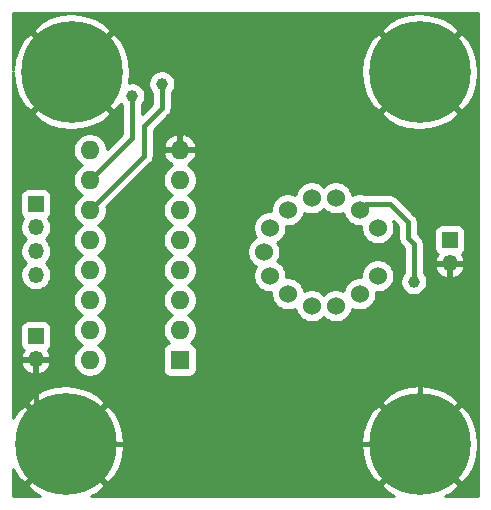
<source format=gbr>
%TF.GenerationSoftware,KiCad,Pcbnew,5.1.9*%
%TF.CreationDate,2021-03-09T01:37:29+01:00*%
%TF.ProjectId,nixie_stand,6e697869-655f-4737-9461-6e642e6b6963,rev?*%
%TF.SameCoordinates,Original*%
%TF.FileFunction,Copper,L2,Bot*%
%TF.FilePolarity,Positive*%
%FSLAX46Y46*%
G04 Gerber Fmt 4.6, Leading zero omitted, Abs format (unit mm)*
G04 Created by KiCad (PCBNEW 5.1.9) date 2021-03-09 01:37:29*
%MOMM*%
%LPD*%
G01*
G04 APERTURE LIST*
%TA.AperFunction,ComponentPad*%
%ADD10O,1.600000X1.600000*%
%TD*%
%TA.AperFunction,ComponentPad*%
%ADD11R,1.600000X1.600000*%
%TD*%
%TA.AperFunction,ComponentPad*%
%ADD12O,1.350000X1.350000*%
%TD*%
%TA.AperFunction,ComponentPad*%
%ADD13R,1.350000X1.350000*%
%TD*%
%TA.AperFunction,ComponentPad*%
%ADD14C,1.524000*%
%TD*%
%TA.AperFunction,ComponentPad*%
%ADD15C,8.600000*%
%TD*%
%TA.AperFunction,ViaPad*%
%ADD16C,1.000000*%
%TD*%
%TA.AperFunction,Conductor*%
%ADD17C,0.400000*%
%TD*%
%TA.AperFunction,Conductor*%
%ADD18C,0.254000*%
%TD*%
%TA.AperFunction,Conductor*%
%ADD19C,0.100000*%
%TD*%
G04 APERTURE END LIST*
D10*
%TO.P,U1,16*%
%TO.N,+5V*%
X77724000Y-70104000D03*
%TO.P,U1,8*%
%TO.N,GND*%
X85344000Y-52324000D03*
%TO.P,U1,15*%
%TO.N,Net-(J1-Pad4)*%
X77724000Y-67564000D03*
%TO.P,U1,7*%
%TO.N,Net-(U1-Pad7)*%
X85344000Y-54864000D03*
%TO.P,U1,14*%
%TO.N,Net-(J1-Pad3)*%
X77724000Y-65024000D03*
%TO.P,U1,6*%
%TO.N,Net-(U1-Pad6)*%
X85344000Y-57404000D03*
%TO.P,U1,13*%
%TO.N,Net-(J1-Pad2)*%
X77724000Y-62484000D03*
%TO.P,U1,5*%
%TO.N,Net-(U1-Pad5)*%
X85344000Y-59944000D03*
%TO.P,U1,12*%
%TO.N,Net-(J1-Pad1)*%
X77724000Y-59944000D03*
%TO.P,U1,4*%
%TO.N,Net-(U1-Pad4)*%
X85344000Y-62484000D03*
%TO.P,U1,11*%
%TO.N,Net-(U1-Pad11)*%
X77724000Y-57404000D03*
%TO.P,U1,3*%
%TO.N,Net-(U1-Pad3)*%
X85344000Y-65024000D03*
%TO.P,U1,10*%
%TO.N,Net-(U1-Pad10)*%
X77724000Y-54864000D03*
%TO.P,U1,2*%
%TO.N,Net-(U1-Pad2)*%
X85344000Y-67564000D03*
%TO.P,U1,9*%
%TO.N,Net-(U1-Pad9)*%
X77724000Y-52324000D03*
D11*
%TO.P,U1,1*%
%TO.N,Net-(U1-Pad1)*%
X85344000Y-70104000D03*
%TD*%
D12*
%TO.P,J3,2*%
%TO.N,GND*%
X73152000Y-70072000D03*
D13*
%TO.P,J3,1*%
%TO.N,+5V*%
X73152000Y-68072000D03*
%TD*%
D12*
%TO.P,J2,2*%
%TO.N,GND*%
X108204000Y-61944000D03*
D13*
%TO.P,J2,1*%
%TO.N,VCC*%
X108204000Y-59944000D03*
%TD*%
D14*
%TO.P,V1,12*%
%TO.N,Net-(U1-Pad1)*%
X100584000Y-57404000D03*
%TO.P,V1,11*%
%TO.N,Net-(U1-Pad11)*%
X98552000Y-56388000D03*
%TO.P,V1,10*%
%TO.N,Net-(V1-Pad10)*%
X96520000Y-56388000D03*
%TO.P,V1,9*%
%TO.N,Net-(U1-Pad10)*%
X94488000Y-57404000D03*
%TO.P,V1,8*%
%TO.N,Net-(U1-Pad9)*%
X92964000Y-58928000D03*
%TO.P,V1,7*%
%TO.N,Net-(U1-Pad7)*%
X92456000Y-60960000D03*
%TO.P,V1,6*%
%TO.N,Net-(U1-Pad6)*%
X92964000Y-62992000D03*
%TO.P,V1,5*%
%TO.N,Net-(U1-Pad5)*%
X94488000Y-64516000D03*
%TO.P,V1,4*%
%TO.N,Net-(V1-Pad4)*%
X96520000Y-65532000D03*
%TO.P,V1,3*%
%TO.N,Net-(U1-Pad4)*%
X98552000Y-65532000D03*
%TO.P,V1,2*%
%TO.N,Net-(U1-Pad3)*%
X100584000Y-64516000D03*
%TO.P,V1,1*%
%TO.N,Net-(U1-Pad2)*%
X102108000Y-62992000D03*
%TO.P,V1,13*%
%TO.N,VCC*%
X102108000Y-58928000D03*
%TD*%
D15*
%TO.P,H4,1*%
%TO.N,GND*%
X75692000Y-77216000D03*
%TD*%
%TO.P,H3,1*%
%TO.N,GND*%
X105664000Y-77216000D03*
%TD*%
%TO.P,H2,1*%
%TO.N,GND*%
X105664000Y-45720000D03*
%TD*%
%TO.P,H1,1*%
%TO.N,GND*%
X76200000Y-45720000D03*
%TD*%
D12*
%TO.P,J1,4*%
%TO.N,Net-(J1-Pad4)*%
X73152000Y-62896000D03*
%TO.P,J1,3*%
%TO.N,Net-(J1-Pad3)*%
X73152000Y-60896000D03*
%TO.P,J1,2*%
%TO.N,Net-(J1-Pad2)*%
X73152000Y-58896000D03*
D13*
%TO.P,J1,1*%
%TO.N,Net-(J1-Pad1)*%
X73152000Y-56896000D03*
%TD*%
D16*
%TO.N,Net-(U1-Pad11)*%
X83820000Y-46736000D03*
%TO.N,Net-(U1-Pad10)*%
X81280000Y-47752000D03*
%TO.N,Net-(U1-Pad1)*%
X105156000Y-63500000D03*
%TD*%
D17*
%TO.N,GND*%
X73152000Y-74676000D02*
X75692000Y-77216000D01*
X73152000Y-70072000D02*
X73152000Y-74676000D01*
X75692000Y-77216000D02*
X105664000Y-77216000D01*
X108204000Y-67056000D02*
X108204000Y-61944000D01*
X105664000Y-69596000D02*
X108204000Y-67056000D01*
X105664000Y-77216000D02*
X105664000Y-69596000D01*
%TO.N,Net-(U1-Pad11)*%
X83820000Y-46736000D02*
X83820000Y-48768000D01*
X83820000Y-48768000D02*
X82296000Y-50292000D01*
X82296000Y-52832000D02*
X77724000Y-57404000D01*
X82296000Y-50292000D02*
X82296000Y-52832000D01*
%TO.N,Net-(U1-Pad10)*%
X81280000Y-51308000D02*
X77724000Y-54864000D01*
X81280000Y-47752000D02*
X81280000Y-51308000D01*
%TO.N,Net-(U1-Pad1)*%
X105156000Y-60256238D02*
X104648000Y-59748238D01*
X105156000Y-63500000D02*
X105156000Y-60256238D01*
X104648000Y-59748238D02*
X104648000Y-58420000D01*
X104648000Y-58420000D02*
X103124000Y-56896000D01*
X101092000Y-56896000D02*
X100584000Y-57404000D01*
X103124000Y-56896000D02*
X101092000Y-56896000D01*
%TD*%
D18*
%TO.N,GND*%
X75299079Y-40843649D02*
X74365062Y-41113107D01*
X73501560Y-41559606D01*
X73388946Y-41634851D01*
X72896787Y-42237182D01*
X76200000Y-45540395D01*
X79503213Y-42237182D01*
X79011054Y-41634851D01*
X78160067Y-41164937D01*
X77233757Y-40870071D01*
X76315930Y-40767000D01*
X105667814Y-40767000D01*
X104763079Y-40843649D01*
X103829062Y-41113107D01*
X102965560Y-41559606D01*
X102852946Y-41634851D01*
X102360787Y-42237182D01*
X105664000Y-45540395D01*
X108967213Y-42237182D01*
X108475054Y-41634851D01*
X107624067Y-41164937D01*
X106697757Y-40870071D01*
X105779930Y-40767000D01*
X110617000Y-40767000D01*
X110617000Y-45723814D01*
X110540351Y-44819079D01*
X110270893Y-43885062D01*
X109824394Y-43021560D01*
X109749149Y-42908946D01*
X109146818Y-42416787D01*
X105843605Y-45720000D01*
X109146818Y-49023213D01*
X109749149Y-48531054D01*
X110219063Y-47680067D01*
X110513929Y-46753757D01*
X110617000Y-45835930D01*
X110617000Y-77219814D01*
X110540351Y-76315079D01*
X110270893Y-75381062D01*
X109824394Y-74517560D01*
X109749149Y-74404946D01*
X109146818Y-73912787D01*
X105843605Y-77216000D01*
X109146818Y-80519213D01*
X109749149Y-80027054D01*
X110219063Y-79176067D01*
X110513929Y-78249757D01*
X110617000Y-77331930D01*
X110617000Y-81661000D01*
X107812029Y-81661000D01*
X108362440Y-81376394D01*
X108475054Y-81301149D01*
X108967213Y-80698818D01*
X105664000Y-77395605D01*
X102360787Y-80698818D01*
X102852946Y-81301149D01*
X103504615Y-81661000D01*
X77840029Y-81661000D01*
X78390440Y-81376394D01*
X78503054Y-81301149D01*
X78995213Y-80698818D01*
X75692000Y-77395605D01*
X72388787Y-80698818D01*
X72880946Y-81301149D01*
X73532615Y-81661000D01*
X71247000Y-81661000D01*
X71247000Y-79364029D01*
X71531606Y-79914440D01*
X71606851Y-80027054D01*
X72209182Y-80519213D01*
X75512395Y-77216000D01*
X75871605Y-77216000D01*
X79174818Y-80519213D01*
X79777149Y-80027054D01*
X80247063Y-79176067D01*
X80541929Y-78249757D01*
X80650414Y-77283719D01*
X80638940Y-77148281D01*
X100705586Y-77148281D01*
X100787649Y-78116921D01*
X101057107Y-79050938D01*
X101503606Y-79914440D01*
X101578851Y-80027054D01*
X102181182Y-80519213D01*
X105484395Y-77216000D01*
X102181182Y-73912787D01*
X101578851Y-74404946D01*
X101108937Y-75255933D01*
X100814071Y-76182243D01*
X100705586Y-77148281D01*
X80638940Y-77148281D01*
X80568351Y-76315079D01*
X80298893Y-75381062D01*
X79852394Y-74517560D01*
X79777149Y-74404946D01*
X79174818Y-73912787D01*
X75871605Y-77216000D01*
X75512395Y-77216000D01*
X72209182Y-73912787D01*
X71606851Y-74404946D01*
X71247000Y-75056615D01*
X71247000Y-73733182D01*
X72388787Y-73733182D01*
X75692000Y-77036395D01*
X78995213Y-73733182D01*
X102360787Y-73733182D01*
X105664000Y-77036395D01*
X108967213Y-73733182D01*
X108475054Y-73130851D01*
X107624067Y-72660937D01*
X106697757Y-72366071D01*
X105731719Y-72257586D01*
X104763079Y-72339649D01*
X103829062Y-72609107D01*
X102965560Y-73055606D01*
X102852946Y-73130851D01*
X102360787Y-73733182D01*
X78995213Y-73733182D01*
X78503054Y-73130851D01*
X77652067Y-72660937D01*
X76725757Y-72366071D01*
X75759719Y-72257586D01*
X74791079Y-72339649D01*
X73857062Y-72609107D01*
X72993560Y-73055606D01*
X72880946Y-73130851D01*
X72388787Y-73733182D01*
X71247000Y-73733182D01*
X71247000Y-70401400D01*
X71884090Y-70401400D01*
X71914762Y-70502528D01*
X72022527Y-70735629D01*
X72173697Y-70943227D01*
X72362463Y-71117344D01*
X72581570Y-71251289D01*
X72822599Y-71339915D01*
X73025000Y-71217085D01*
X73025000Y-70199000D01*
X73279000Y-70199000D01*
X73279000Y-71217085D01*
X73481401Y-71339915D01*
X73722430Y-71251289D01*
X73941537Y-71117344D01*
X74130303Y-70943227D01*
X74281473Y-70735629D01*
X74389238Y-70502528D01*
X74419910Y-70401400D01*
X74296224Y-70199000D01*
X73279000Y-70199000D01*
X73025000Y-70199000D01*
X72007776Y-70199000D01*
X71884090Y-70401400D01*
X71247000Y-70401400D01*
X71247000Y-67397000D01*
X71838928Y-67397000D01*
X71838928Y-68747000D01*
X71851188Y-68871482D01*
X71887498Y-68991180D01*
X71946463Y-69101494D01*
X72025815Y-69198185D01*
X72119559Y-69275119D01*
X72022527Y-69408371D01*
X71914762Y-69641472D01*
X71884090Y-69742600D01*
X72007776Y-69945000D01*
X73025000Y-69945000D01*
X73025000Y-69925000D01*
X73279000Y-69925000D01*
X73279000Y-69945000D01*
X74296224Y-69945000D01*
X74419910Y-69742600D01*
X74389238Y-69641472D01*
X74281473Y-69408371D01*
X74184441Y-69275119D01*
X74278185Y-69198185D01*
X74357537Y-69101494D01*
X74416502Y-68991180D01*
X74452812Y-68871482D01*
X74465072Y-68747000D01*
X74465072Y-67397000D01*
X74452812Y-67272518D01*
X74416502Y-67152820D01*
X74357537Y-67042506D01*
X74278185Y-66945815D01*
X74181494Y-66866463D01*
X74071180Y-66807498D01*
X73951482Y-66771188D01*
X73827000Y-66758928D01*
X72477000Y-66758928D01*
X72352518Y-66771188D01*
X72232820Y-66807498D01*
X72122506Y-66866463D01*
X72025815Y-66945815D01*
X71946463Y-67042506D01*
X71887498Y-67152820D01*
X71851188Y-67272518D01*
X71838928Y-67397000D01*
X71247000Y-67397000D01*
X71247000Y-56221000D01*
X71838928Y-56221000D01*
X71838928Y-57571000D01*
X71851188Y-57695482D01*
X71887498Y-57815180D01*
X71946463Y-57925494D01*
X72025815Y-58022185D01*
X72112697Y-58093487D01*
X71991093Y-58275482D01*
X71892342Y-58513887D01*
X71842000Y-58766976D01*
X71842000Y-59025024D01*
X71892342Y-59278113D01*
X71991093Y-59516518D01*
X72134456Y-59731077D01*
X72299379Y-59896000D01*
X72134456Y-60060923D01*
X71991093Y-60275482D01*
X71892342Y-60513887D01*
X71842000Y-60766976D01*
X71842000Y-61025024D01*
X71892342Y-61278113D01*
X71991093Y-61516518D01*
X72134456Y-61731077D01*
X72299379Y-61896000D01*
X72134456Y-62060923D01*
X71991093Y-62275482D01*
X71892342Y-62513887D01*
X71842000Y-62766976D01*
X71842000Y-63025024D01*
X71892342Y-63278113D01*
X71991093Y-63516518D01*
X72134456Y-63731077D01*
X72316923Y-63913544D01*
X72531482Y-64056907D01*
X72769887Y-64155658D01*
X73022976Y-64206000D01*
X73281024Y-64206000D01*
X73534113Y-64155658D01*
X73772518Y-64056907D01*
X73987077Y-63913544D01*
X74169544Y-63731077D01*
X74312907Y-63516518D01*
X74411658Y-63278113D01*
X74462000Y-63025024D01*
X74462000Y-62766976D01*
X74411658Y-62513887D01*
X74312907Y-62275482D01*
X74169544Y-62060923D01*
X74004621Y-61896000D01*
X74169544Y-61731077D01*
X74312907Y-61516518D01*
X74411658Y-61278113D01*
X74462000Y-61025024D01*
X74462000Y-60766976D01*
X74411658Y-60513887D01*
X74312907Y-60275482D01*
X74169544Y-60060923D01*
X74004621Y-59896000D01*
X74169544Y-59731077D01*
X74312907Y-59516518D01*
X74411658Y-59278113D01*
X74462000Y-59025024D01*
X74462000Y-58766976D01*
X74411658Y-58513887D01*
X74312907Y-58275482D01*
X74191303Y-58093487D01*
X74278185Y-58022185D01*
X74357537Y-57925494D01*
X74416502Y-57815180D01*
X74452812Y-57695482D01*
X74465072Y-57571000D01*
X74465072Y-56221000D01*
X74452812Y-56096518D01*
X74416502Y-55976820D01*
X74357537Y-55866506D01*
X74278185Y-55769815D01*
X74181494Y-55690463D01*
X74071180Y-55631498D01*
X73951482Y-55595188D01*
X73827000Y-55582928D01*
X72477000Y-55582928D01*
X72352518Y-55595188D01*
X72232820Y-55631498D01*
X72122506Y-55690463D01*
X72025815Y-55769815D01*
X71946463Y-55866506D01*
X71887498Y-55976820D01*
X71851188Y-56096518D01*
X71838928Y-56221000D01*
X71247000Y-56221000D01*
X71247000Y-52182665D01*
X76289000Y-52182665D01*
X76289000Y-52465335D01*
X76344147Y-52742574D01*
X76452320Y-53003727D01*
X76609363Y-53238759D01*
X76809241Y-53438637D01*
X77041759Y-53594000D01*
X76809241Y-53749363D01*
X76609363Y-53949241D01*
X76452320Y-54184273D01*
X76344147Y-54445426D01*
X76289000Y-54722665D01*
X76289000Y-55005335D01*
X76344147Y-55282574D01*
X76452320Y-55543727D01*
X76609363Y-55778759D01*
X76809241Y-55978637D01*
X77041759Y-56134000D01*
X76809241Y-56289363D01*
X76609363Y-56489241D01*
X76452320Y-56724273D01*
X76344147Y-56985426D01*
X76289000Y-57262665D01*
X76289000Y-57545335D01*
X76344147Y-57822574D01*
X76452320Y-58083727D01*
X76609363Y-58318759D01*
X76809241Y-58518637D01*
X77041759Y-58674000D01*
X76809241Y-58829363D01*
X76609363Y-59029241D01*
X76452320Y-59264273D01*
X76344147Y-59525426D01*
X76289000Y-59802665D01*
X76289000Y-60085335D01*
X76344147Y-60362574D01*
X76452320Y-60623727D01*
X76609363Y-60858759D01*
X76809241Y-61058637D01*
X77041759Y-61214000D01*
X76809241Y-61369363D01*
X76609363Y-61569241D01*
X76452320Y-61804273D01*
X76344147Y-62065426D01*
X76289000Y-62342665D01*
X76289000Y-62625335D01*
X76344147Y-62902574D01*
X76452320Y-63163727D01*
X76609363Y-63398759D01*
X76809241Y-63598637D01*
X77041759Y-63754000D01*
X76809241Y-63909363D01*
X76609363Y-64109241D01*
X76452320Y-64344273D01*
X76344147Y-64605426D01*
X76289000Y-64882665D01*
X76289000Y-65165335D01*
X76344147Y-65442574D01*
X76452320Y-65703727D01*
X76609363Y-65938759D01*
X76809241Y-66138637D01*
X77041759Y-66294000D01*
X76809241Y-66449363D01*
X76609363Y-66649241D01*
X76452320Y-66884273D01*
X76344147Y-67145426D01*
X76289000Y-67422665D01*
X76289000Y-67705335D01*
X76344147Y-67982574D01*
X76452320Y-68243727D01*
X76609363Y-68478759D01*
X76809241Y-68678637D01*
X77041759Y-68834000D01*
X76809241Y-68989363D01*
X76609363Y-69189241D01*
X76452320Y-69424273D01*
X76344147Y-69685426D01*
X76289000Y-69962665D01*
X76289000Y-70245335D01*
X76344147Y-70522574D01*
X76452320Y-70783727D01*
X76609363Y-71018759D01*
X76809241Y-71218637D01*
X77044273Y-71375680D01*
X77305426Y-71483853D01*
X77582665Y-71539000D01*
X77865335Y-71539000D01*
X78142574Y-71483853D01*
X78403727Y-71375680D01*
X78638759Y-71218637D01*
X78838637Y-71018759D01*
X78995680Y-70783727D01*
X79103853Y-70522574D01*
X79159000Y-70245335D01*
X79159000Y-69962665D01*
X79103853Y-69685426D01*
X78995680Y-69424273D01*
X78915317Y-69304000D01*
X83905928Y-69304000D01*
X83905928Y-70904000D01*
X83918188Y-71028482D01*
X83954498Y-71148180D01*
X84013463Y-71258494D01*
X84092815Y-71355185D01*
X84189506Y-71434537D01*
X84299820Y-71493502D01*
X84419518Y-71529812D01*
X84544000Y-71542072D01*
X86144000Y-71542072D01*
X86268482Y-71529812D01*
X86388180Y-71493502D01*
X86498494Y-71434537D01*
X86595185Y-71355185D01*
X86674537Y-71258494D01*
X86733502Y-71148180D01*
X86769812Y-71028482D01*
X86782072Y-70904000D01*
X86782072Y-69304000D01*
X86769812Y-69179518D01*
X86733502Y-69059820D01*
X86674537Y-68949506D01*
X86595185Y-68852815D01*
X86498494Y-68773463D01*
X86388180Y-68714498D01*
X86268482Y-68678188D01*
X86260039Y-68677357D01*
X86458637Y-68478759D01*
X86615680Y-68243727D01*
X86723853Y-67982574D01*
X86779000Y-67705335D01*
X86779000Y-67422665D01*
X86723853Y-67145426D01*
X86615680Y-66884273D01*
X86458637Y-66649241D01*
X86258759Y-66449363D01*
X86026241Y-66294000D01*
X86258759Y-66138637D01*
X86458637Y-65938759D01*
X86615680Y-65703727D01*
X86723853Y-65442574D01*
X86779000Y-65165335D01*
X86779000Y-64882665D01*
X86723853Y-64605426D01*
X86615680Y-64344273D01*
X86458637Y-64109241D01*
X86258759Y-63909363D01*
X86026241Y-63754000D01*
X86258759Y-63598637D01*
X86458637Y-63398759D01*
X86615680Y-63163727D01*
X86723853Y-62902574D01*
X86779000Y-62625335D01*
X86779000Y-62342665D01*
X86723853Y-62065426D01*
X86615680Y-61804273D01*
X86458637Y-61569241D01*
X86258759Y-61369363D01*
X86026241Y-61214000D01*
X86258759Y-61058637D01*
X86458637Y-60858759D01*
X86482925Y-60822408D01*
X91059000Y-60822408D01*
X91059000Y-61097592D01*
X91112686Y-61367490D01*
X91217995Y-61621727D01*
X91370880Y-61850535D01*
X91565465Y-62045120D01*
X91794273Y-62198005D01*
X91810017Y-62204526D01*
X91725995Y-62330273D01*
X91620686Y-62584510D01*
X91567000Y-62854408D01*
X91567000Y-63129592D01*
X91620686Y-63399490D01*
X91725995Y-63653727D01*
X91878880Y-63882535D01*
X92073465Y-64077120D01*
X92302273Y-64230005D01*
X92556510Y-64335314D01*
X92826408Y-64389000D01*
X93091000Y-64389000D01*
X93091000Y-64653592D01*
X93144686Y-64923490D01*
X93249995Y-65177727D01*
X93402880Y-65406535D01*
X93597465Y-65601120D01*
X93826273Y-65754005D01*
X94080510Y-65859314D01*
X94350408Y-65913000D01*
X94625592Y-65913000D01*
X94895490Y-65859314D01*
X95140547Y-65757807D01*
X95176686Y-65939490D01*
X95281995Y-66193727D01*
X95434880Y-66422535D01*
X95629465Y-66617120D01*
X95858273Y-66770005D01*
X96112510Y-66875314D01*
X96382408Y-66929000D01*
X96657592Y-66929000D01*
X96927490Y-66875314D01*
X97181727Y-66770005D01*
X97410535Y-66617120D01*
X97536000Y-66491655D01*
X97661465Y-66617120D01*
X97890273Y-66770005D01*
X98144510Y-66875314D01*
X98414408Y-66929000D01*
X98689592Y-66929000D01*
X98959490Y-66875314D01*
X99213727Y-66770005D01*
X99442535Y-66617120D01*
X99637120Y-66422535D01*
X99790005Y-66193727D01*
X99895314Y-65939490D01*
X99931453Y-65757807D01*
X100176510Y-65859314D01*
X100446408Y-65913000D01*
X100721592Y-65913000D01*
X100991490Y-65859314D01*
X101245727Y-65754005D01*
X101474535Y-65601120D01*
X101669120Y-65406535D01*
X101822005Y-65177727D01*
X101927314Y-64923490D01*
X101981000Y-64653592D01*
X101981000Y-64389000D01*
X102245592Y-64389000D01*
X102515490Y-64335314D01*
X102769727Y-64230005D01*
X102998535Y-64077120D01*
X103193120Y-63882535D01*
X103346005Y-63653727D01*
X103451314Y-63399490D01*
X103505000Y-63129592D01*
X103505000Y-62854408D01*
X103451314Y-62584510D01*
X103346005Y-62330273D01*
X103193120Y-62101465D01*
X102998535Y-61906880D01*
X102769727Y-61753995D01*
X102515490Y-61648686D01*
X102245592Y-61595000D01*
X101970408Y-61595000D01*
X101700510Y-61648686D01*
X101446273Y-61753995D01*
X101217465Y-61906880D01*
X101022880Y-62101465D01*
X100869995Y-62330273D01*
X100764686Y-62584510D01*
X100711000Y-62854408D01*
X100711000Y-63119000D01*
X100446408Y-63119000D01*
X100176510Y-63172686D01*
X99922273Y-63277995D01*
X99693465Y-63430880D01*
X99498880Y-63625465D01*
X99345995Y-63854273D01*
X99240686Y-64108510D01*
X99204547Y-64290193D01*
X98959490Y-64188686D01*
X98689592Y-64135000D01*
X98414408Y-64135000D01*
X98144510Y-64188686D01*
X97890273Y-64293995D01*
X97661465Y-64446880D01*
X97536000Y-64572345D01*
X97410535Y-64446880D01*
X97181727Y-64293995D01*
X96927490Y-64188686D01*
X96657592Y-64135000D01*
X96382408Y-64135000D01*
X96112510Y-64188686D01*
X95867453Y-64290193D01*
X95831314Y-64108510D01*
X95726005Y-63854273D01*
X95573120Y-63625465D01*
X95378535Y-63430880D01*
X95149727Y-63277995D01*
X94895490Y-63172686D01*
X94625592Y-63119000D01*
X94361000Y-63119000D01*
X94361000Y-62854408D01*
X94307314Y-62584510D01*
X94202005Y-62330273D01*
X94049120Y-62101465D01*
X93854535Y-61906880D01*
X93625727Y-61753995D01*
X93609983Y-61747474D01*
X93694005Y-61621727D01*
X93799314Y-61367490D01*
X93853000Y-61097592D01*
X93853000Y-60822408D01*
X93799314Y-60552510D01*
X93694005Y-60298273D01*
X93609983Y-60172526D01*
X93625727Y-60166005D01*
X93854535Y-60013120D01*
X94049120Y-59818535D01*
X94202005Y-59589727D01*
X94307314Y-59335490D01*
X94361000Y-59065592D01*
X94361000Y-58801000D01*
X94625592Y-58801000D01*
X94895490Y-58747314D01*
X95149727Y-58642005D01*
X95378535Y-58489120D01*
X95573120Y-58294535D01*
X95726005Y-58065727D01*
X95831314Y-57811490D01*
X95867453Y-57629807D01*
X96112510Y-57731314D01*
X96382408Y-57785000D01*
X96657592Y-57785000D01*
X96927490Y-57731314D01*
X97181727Y-57626005D01*
X97410535Y-57473120D01*
X97536000Y-57347655D01*
X97661465Y-57473120D01*
X97890273Y-57626005D01*
X98144510Y-57731314D01*
X98414408Y-57785000D01*
X98689592Y-57785000D01*
X98959490Y-57731314D01*
X99204547Y-57629807D01*
X99240686Y-57811490D01*
X99345995Y-58065727D01*
X99498880Y-58294535D01*
X99693465Y-58489120D01*
X99922273Y-58642005D01*
X100176510Y-58747314D01*
X100446408Y-58801000D01*
X100711000Y-58801000D01*
X100711000Y-59065592D01*
X100764686Y-59335490D01*
X100869995Y-59589727D01*
X101022880Y-59818535D01*
X101217465Y-60013120D01*
X101446273Y-60166005D01*
X101700510Y-60271314D01*
X101970408Y-60325000D01*
X102245592Y-60325000D01*
X102515490Y-60271314D01*
X102769727Y-60166005D01*
X102998535Y-60013120D01*
X103193120Y-59818535D01*
X103346005Y-59589727D01*
X103451314Y-59335490D01*
X103505000Y-59065592D01*
X103505000Y-58790408D01*
X103451314Y-58520510D01*
X103369057Y-58321924D01*
X103813001Y-58765869D01*
X103813000Y-59707219D01*
X103808960Y-59748238D01*
X103813000Y-59789256D01*
X103825082Y-59911926D01*
X103872828Y-60069324D01*
X103950364Y-60214383D01*
X104054709Y-60341529D01*
X104086579Y-60367684D01*
X104321001Y-60602106D01*
X104321000Y-62729868D01*
X104274388Y-62776480D01*
X104150176Y-62962376D01*
X104064617Y-63168933D01*
X104021000Y-63388212D01*
X104021000Y-63611788D01*
X104064617Y-63831067D01*
X104150176Y-64037624D01*
X104274388Y-64223520D01*
X104432480Y-64381612D01*
X104618376Y-64505824D01*
X104824933Y-64591383D01*
X105044212Y-64635000D01*
X105267788Y-64635000D01*
X105487067Y-64591383D01*
X105693624Y-64505824D01*
X105879520Y-64381612D01*
X106037612Y-64223520D01*
X106161824Y-64037624D01*
X106247383Y-63831067D01*
X106291000Y-63611788D01*
X106291000Y-63388212D01*
X106247383Y-63168933D01*
X106161824Y-62962376D01*
X106037612Y-62776480D01*
X105991000Y-62729868D01*
X105991000Y-62273400D01*
X106936090Y-62273400D01*
X106966762Y-62374528D01*
X107074527Y-62607629D01*
X107225697Y-62815227D01*
X107414463Y-62989344D01*
X107633570Y-63123289D01*
X107874599Y-63211915D01*
X108077000Y-63089085D01*
X108077000Y-62071000D01*
X108331000Y-62071000D01*
X108331000Y-63089085D01*
X108533401Y-63211915D01*
X108774430Y-63123289D01*
X108993537Y-62989344D01*
X109182303Y-62815227D01*
X109333473Y-62607629D01*
X109441238Y-62374528D01*
X109471910Y-62273400D01*
X109348224Y-62071000D01*
X108331000Y-62071000D01*
X108077000Y-62071000D01*
X107059776Y-62071000D01*
X106936090Y-62273400D01*
X105991000Y-62273400D01*
X105991000Y-60297245D01*
X105995039Y-60256237D01*
X105991000Y-60215229D01*
X105991000Y-60215219D01*
X105978918Y-60092549D01*
X105931172Y-59935151D01*
X105853636Y-59790092D01*
X105749291Y-59662947D01*
X105717421Y-59636792D01*
X105483000Y-59402371D01*
X105483000Y-59269000D01*
X106890928Y-59269000D01*
X106890928Y-60619000D01*
X106903188Y-60743482D01*
X106939498Y-60863180D01*
X106998463Y-60973494D01*
X107077815Y-61070185D01*
X107171559Y-61147119D01*
X107074527Y-61280371D01*
X106966762Y-61513472D01*
X106936090Y-61614600D01*
X107059776Y-61817000D01*
X108077000Y-61817000D01*
X108077000Y-61797000D01*
X108331000Y-61797000D01*
X108331000Y-61817000D01*
X109348224Y-61817000D01*
X109471910Y-61614600D01*
X109441238Y-61513472D01*
X109333473Y-61280371D01*
X109236441Y-61147119D01*
X109330185Y-61070185D01*
X109409537Y-60973494D01*
X109468502Y-60863180D01*
X109504812Y-60743482D01*
X109517072Y-60619000D01*
X109517072Y-59269000D01*
X109504812Y-59144518D01*
X109468502Y-59024820D01*
X109409537Y-58914506D01*
X109330185Y-58817815D01*
X109233494Y-58738463D01*
X109123180Y-58679498D01*
X109003482Y-58643188D01*
X108879000Y-58630928D01*
X107529000Y-58630928D01*
X107404518Y-58643188D01*
X107284820Y-58679498D01*
X107174506Y-58738463D01*
X107077815Y-58817815D01*
X106998463Y-58914506D01*
X106939498Y-59024820D01*
X106903188Y-59144518D01*
X106890928Y-59269000D01*
X105483000Y-59269000D01*
X105483000Y-58461007D01*
X105487039Y-58419999D01*
X105483000Y-58378991D01*
X105483000Y-58378981D01*
X105470918Y-58256311D01*
X105423172Y-58098913D01*
X105345636Y-57953854D01*
X105241291Y-57826709D01*
X105209426Y-57800559D01*
X103743446Y-56334579D01*
X103717291Y-56302709D01*
X103590146Y-56198364D01*
X103445087Y-56120828D01*
X103287689Y-56073082D01*
X103165019Y-56061000D01*
X103165018Y-56061000D01*
X103124000Y-56056960D01*
X103082982Y-56061000D01*
X101133007Y-56061000D01*
X101091999Y-56056961D01*
X101050991Y-56061000D01*
X101050981Y-56061000D01*
X101003531Y-56065673D01*
X100991490Y-56060686D01*
X100721592Y-56007000D01*
X100446408Y-56007000D01*
X100176510Y-56060686D01*
X99931453Y-56162193D01*
X99895314Y-55980510D01*
X99790005Y-55726273D01*
X99637120Y-55497465D01*
X99442535Y-55302880D01*
X99213727Y-55149995D01*
X98959490Y-55044686D01*
X98689592Y-54991000D01*
X98414408Y-54991000D01*
X98144510Y-55044686D01*
X97890273Y-55149995D01*
X97661465Y-55302880D01*
X97536000Y-55428345D01*
X97410535Y-55302880D01*
X97181727Y-55149995D01*
X96927490Y-55044686D01*
X96657592Y-54991000D01*
X96382408Y-54991000D01*
X96112510Y-55044686D01*
X95858273Y-55149995D01*
X95629465Y-55302880D01*
X95434880Y-55497465D01*
X95281995Y-55726273D01*
X95176686Y-55980510D01*
X95140547Y-56162193D01*
X94895490Y-56060686D01*
X94625592Y-56007000D01*
X94350408Y-56007000D01*
X94080510Y-56060686D01*
X93826273Y-56165995D01*
X93597465Y-56318880D01*
X93402880Y-56513465D01*
X93249995Y-56742273D01*
X93144686Y-56996510D01*
X93091000Y-57266408D01*
X93091000Y-57531000D01*
X92826408Y-57531000D01*
X92556510Y-57584686D01*
X92302273Y-57689995D01*
X92073465Y-57842880D01*
X91878880Y-58037465D01*
X91725995Y-58266273D01*
X91620686Y-58520510D01*
X91567000Y-58790408D01*
X91567000Y-59065592D01*
X91620686Y-59335490D01*
X91725995Y-59589727D01*
X91810017Y-59715474D01*
X91794273Y-59721995D01*
X91565465Y-59874880D01*
X91370880Y-60069465D01*
X91217995Y-60298273D01*
X91112686Y-60552510D01*
X91059000Y-60822408D01*
X86482925Y-60822408D01*
X86615680Y-60623727D01*
X86723853Y-60362574D01*
X86779000Y-60085335D01*
X86779000Y-59802665D01*
X86723853Y-59525426D01*
X86615680Y-59264273D01*
X86458637Y-59029241D01*
X86258759Y-58829363D01*
X86026241Y-58674000D01*
X86258759Y-58518637D01*
X86458637Y-58318759D01*
X86615680Y-58083727D01*
X86723853Y-57822574D01*
X86779000Y-57545335D01*
X86779000Y-57262665D01*
X86723853Y-56985426D01*
X86615680Y-56724273D01*
X86458637Y-56489241D01*
X86258759Y-56289363D01*
X86026241Y-56134000D01*
X86258759Y-55978637D01*
X86458637Y-55778759D01*
X86615680Y-55543727D01*
X86723853Y-55282574D01*
X86779000Y-55005335D01*
X86779000Y-54722665D01*
X86723853Y-54445426D01*
X86615680Y-54184273D01*
X86458637Y-53949241D01*
X86258759Y-53749363D01*
X86023727Y-53592320D01*
X86013135Y-53587933D01*
X86199131Y-53476385D01*
X86407519Y-53287414D01*
X86575037Y-53061420D01*
X86695246Y-52807087D01*
X86735904Y-52673039D01*
X86613915Y-52451000D01*
X85471000Y-52451000D01*
X85471000Y-52471000D01*
X85217000Y-52471000D01*
X85217000Y-52451000D01*
X84074085Y-52451000D01*
X83952096Y-52673039D01*
X83992754Y-52807087D01*
X84112963Y-53061420D01*
X84280481Y-53287414D01*
X84488869Y-53476385D01*
X84674865Y-53587933D01*
X84664273Y-53592320D01*
X84429241Y-53749363D01*
X84229363Y-53949241D01*
X84072320Y-54184273D01*
X83964147Y-54445426D01*
X83909000Y-54722665D01*
X83909000Y-55005335D01*
X83964147Y-55282574D01*
X84072320Y-55543727D01*
X84229363Y-55778759D01*
X84429241Y-55978637D01*
X84661759Y-56134000D01*
X84429241Y-56289363D01*
X84229363Y-56489241D01*
X84072320Y-56724273D01*
X83964147Y-56985426D01*
X83909000Y-57262665D01*
X83909000Y-57545335D01*
X83964147Y-57822574D01*
X84072320Y-58083727D01*
X84229363Y-58318759D01*
X84429241Y-58518637D01*
X84661759Y-58674000D01*
X84429241Y-58829363D01*
X84229363Y-59029241D01*
X84072320Y-59264273D01*
X83964147Y-59525426D01*
X83909000Y-59802665D01*
X83909000Y-60085335D01*
X83964147Y-60362574D01*
X84072320Y-60623727D01*
X84229363Y-60858759D01*
X84429241Y-61058637D01*
X84661759Y-61214000D01*
X84429241Y-61369363D01*
X84229363Y-61569241D01*
X84072320Y-61804273D01*
X83964147Y-62065426D01*
X83909000Y-62342665D01*
X83909000Y-62625335D01*
X83964147Y-62902574D01*
X84072320Y-63163727D01*
X84229363Y-63398759D01*
X84429241Y-63598637D01*
X84661759Y-63754000D01*
X84429241Y-63909363D01*
X84229363Y-64109241D01*
X84072320Y-64344273D01*
X83964147Y-64605426D01*
X83909000Y-64882665D01*
X83909000Y-65165335D01*
X83964147Y-65442574D01*
X84072320Y-65703727D01*
X84229363Y-65938759D01*
X84429241Y-66138637D01*
X84661759Y-66294000D01*
X84429241Y-66449363D01*
X84229363Y-66649241D01*
X84072320Y-66884273D01*
X83964147Y-67145426D01*
X83909000Y-67422665D01*
X83909000Y-67705335D01*
X83964147Y-67982574D01*
X84072320Y-68243727D01*
X84229363Y-68478759D01*
X84427961Y-68677357D01*
X84419518Y-68678188D01*
X84299820Y-68714498D01*
X84189506Y-68773463D01*
X84092815Y-68852815D01*
X84013463Y-68949506D01*
X83954498Y-69059820D01*
X83918188Y-69179518D01*
X83905928Y-69304000D01*
X78915317Y-69304000D01*
X78838637Y-69189241D01*
X78638759Y-68989363D01*
X78406241Y-68834000D01*
X78638759Y-68678637D01*
X78838637Y-68478759D01*
X78995680Y-68243727D01*
X79103853Y-67982574D01*
X79159000Y-67705335D01*
X79159000Y-67422665D01*
X79103853Y-67145426D01*
X78995680Y-66884273D01*
X78838637Y-66649241D01*
X78638759Y-66449363D01*
X78406241Y-66294000D01*
X78638759Y-66138637D01*
X78838637Y-65938759D01*
X78995680Y-65703727D01*
X79103853Y-65442574D01*
X79159000Y-65165335D01*
X79159000Y-64882665D01*
X79103853Y-64605426D01*
X78995680Y-64344273D01*
X78838637Y-64109241D01*
X78638759Y-63909363D01*
X78406241Y-63754000D01*
X78638759Y-63598637D01*
X78838637Y-63398759D01*
X78995680Y-63163727D01*
X79103853Y-62902574D01*
X79159000Y-62625335D01*
X79159000Y-62342665D01*
X79103853Y-62065426D01*
X78995680Y-61804273D01*
X78838637Y-61569241D01*
X78638759Y-61369363D01*
X78406241Y-61214000D01*
X78638759Y-61058637D01*
X78838637Y-60858759D01*
X78995680Y-60623727D01*
X79103853Y-60362574D01*
X79159000Y-60085335D01*
X79159000Y-59802665D01*
X79103853Y-59525426D01*
X78995680Y-59264273D01*
X78838637Y-59029241D01*
X78638759Y-58829363D01*
X78406241Y-58674000D01*
X78638759Y-58518637D01*
X78838637Y-58318759D01*
X78995680Y-58083727D01*
X79103853Y-57822574D01*
X79159000Y-57545335D01*
X79159000Y-57262665D01*
X79140285Y-57168582D01*
X82857427Y-53451441D01*
X82889291Y-53425291D01*
X82993636Y-53298146D01*
X83071172Y-53153087D01*
X83118918Y-52995689D01*
X83131000Y-52873019D01*
X83131000Y-52873009D01*
X83135039Y-52832001D01*
X83131000Y-52790993D01*
X83131000Y-51974961D01*
X83952096Y-51974961D01*
X84074085Y-52197000D01*
X85217000Y-52197000D01*
X85217000Y-51053376D01*
X85471000Y-51053376D01*
X85471000Y-52197000D01*
X86613915Y-52197000D01*
X86735904Y-51974961D01*
X86695246Y-51840913D01*
X86575037Y-51586580D01*
X86407519Y-51360586D01*
X86199131Y-51171615D01*
X85957881Y-51026930D01*
X85693040Y-50932091D01*
X85471000Y-51053376D01*
X85217000Y-51053376D01*
X84994960Y-50932091D01*
X84730119Y-51026930D01*
X84488869Y-51171615D01*
X84280481Y-51360586D01*
X84112963Y-51586580D01*
X83992754Y-51840913D01*
X83952096Y-51974961D01*
X83131000Y-51974961D01*
X83131000Y-50637867D01*
X84381426Y-49387441D01*
X84413291Y-49361291D01*
X84517636Y-49234146D01*
X84534381Y-49202818D01*
X102360787Y-49202818D01*
X102852946Y-49805149D01*
X103703933Y-50275063D01*
X104630243Y-50569929D01*
X105596281Y-50678414D01*
X106564921Y-50596351D01*
X107498938Y-50326893D01*
X108362440Y-49880394D01*
X108475054Y-49805149D01*
X108967213Y-49202818D01*
X105664000Y-45899605D01*
X102360787Y-49202818D01*
X84534381Y-49202818D01*
X84595172Y-49089087D01*
X84642918Y-48931689D01*
X84655000Y-48809019D01*
X84655000Y-48809009D01*
X84659039Y-48768001D01*
X84655000Y-48726993D01*
X84655000Y-47506132D01*
X84701612Y-47459520D01*
X84825824Y-47273624D01*
X84911383Y-47067067D01*
X84955000Y-46847788D01*
X84955000Y-46624212D01*
X84911383Y-46404933D01*
X84825824Y-46198376D01*
X84701612Y-46012480D01*
X84543520Y-45854388D01*
X84357624Y-45730176D01*
X84169570Y-45652281D01*
X100705586Y-45652281D01*
X100787649Y-46620921D01*
X101057107Y-47554938D01*
X101503606Y-48418440D01*
X101578851Y-48531054D01*
X102181182Y-49023213D01*
X105484395Y-45720000D01*
X102181182Y-42416787D01*
X101578851Y-42908946D01*
X101108937Y-43759933D01*
X100814071Y-44686243D01*
X100705586Y-45652281D01*
X84169570Y-45652281D01*
X84151067Y-45644617D01*
X83931788Y-45601000D01*
X83708212Y-45601000D01*
X83488933Y-45644617D01*
X83282376Y-45730176D01*
X83096480Y-45854388D01*
X82938388Y-46012480D01*
X82814176Y-46198376D01*
X82728617Y-46404933D01*
X82685000Y-46624212D01*
X82685000Y-46847788D01*
X82728617Y-47067067D01*
X82814176Y-47273624D01*
X82938388Y-47459520D01*
X82985000Y-47506132D01*
X82985001Y-48422131D01*
X82115000Y-49292133D01*
X82115000Y-48522132D01*
X82161612Y-48475520D01*
X82285824Y-48289624D01*
X82371383Y-48083067D01*
X82415000Y-47863788D01*
X82415000Y-47640212D01*
X82371383Y-47420933D01*
X82285824Y-47214376D01*
X82161612Y-47028480D01*
X82003520Y-46870388D01*
X81817624Y-46746176D01*
X81611067Y-46660617D01*
X81391788Y-46617000D01*
X81168212Y-46617000D01*
X81062935Y-46637941D01*
X81158414Y-45787719D01*
X81076351Y-44819079D01*
X80806893Y-43885062D01*
X80360394Y-43021560D01*
X80285149Y-42908946D01*
X79682818Y-42416787D01*
X76379605Y-45720000D01*
X79682818Y-49023213D01*
X80285149Y-48531054D01*
X80353178Y-48407858D01*
X80398388Y-48475520D01*
X80445000Y-48522132D01*
X80445001Y-50962131D01*
X79159000Y-52248132D01*
X79159000Y-52182665D01*
X79103853Y-51905426D01*
X78995680Y-51644273D01*
X78838637Y-51409241D01*
X78638759Y-51209363D01*
X78403727Y-51052320D01*
X78142574Y-50944147D01*
X77865335Y-50889000D01*
X77582665Y-50889000D01*
X77305426Y-50944147D01*
X77044273Y-51052320D01*
X76809241Y-51209363D01*
X76609363Y-51409241D01*
X76452320Y-51644273D01*
X76344147Y-51905426D01*
X76289000Y-52182665D01*
X71247000Y-52182665D01*
X71247000Y-49202818D01*
X72896787Y-49202818D01*
X73388946Y-49805149D01*
X74239933Y-50275063D01*
X75166243Y-50569929D01*
X76132281Y-50678414D01*
X77100921Y-50596351D01*
X78034938Y-50326893D01*
X78898440Y-49880394D01*
X79011054Y-49805149D01*
X79503213Y-49202818D01*
X76200000Y-45899605D01*
X72896787Y-49202818D01*
X71247000Y-49202818D01*
X71247000Y-45716186D01*
X71323649Y-46620921D01*
X71593107Y-47554938D01*
X72039606Y-48418440D01*
X72114851Y-48531054D01*
X72717182Y-49023213D01*
X76020395Y-45720000D01*
X72717182Y-42416787D01*
X72114851Y-42908946D01*
X71644937Y-43759933D01*
X71350071Y-44686243D01*
X71247000Y-45604070D01*
X71247000Y-40767000D01*
X76203814Y-40767000D01*
X75299079Y-40843649D01*
%TA.AperFunction,Conductor*%
D19*
G36*
X75299079Y-40843649D02*
G01*
X74365062Y-41113107D01*
X73501560Y-41559606D01*
X73388946Y-41634851D01*
X72896787Y-42237182D01*
X76200000Y-45540395D01*
X79503213Y-42237182D01*
X79011054Y-41634851D01*
X78160067Y-41164937D01*
X77233757Y-40870071D01*
X76315930Y-40767000D01*
X105667814Y-40767000D01*
X104763079Y-40843649D01*
X103829062Y-41113107D01*
X102965560Y-41559606D01*
X102852946Y-41634851D01*
X102360787Y-42237182D01*
X105664000Y-45540395D01*
X108967213Y-42237182D01*
X108475054Y-41634851D01*
X107624067Y-41164937D01*
X106697757Y-40870071D01*
X105779930Y-40767000D01*
X110617000Y-40767000D01*
X110617000Y-45723814D01*
X110540351Y-44819079D01*
X110270893Y-43885062D01*
X109824394Y-43021560D01*
X109749149Y-42908946D01*
X109146818Y-42416787D01*
X105843605Y-45720000D01*
X109146818Y-49023213D01*
X109749149Y-48531054D01*
X110219063Y-47680067D01*
X110513929Y-46753757D01*
X110617000Y-45835930D01*
X110617000Y-77219814D01*
X110540351Y-76315079D01*
X110270893Y-75381062D01*
X109824394Y-74517560D01*
X109749149Y-74404946D01*
X109146818Y-73912787D01*
X105843605Y-77216000D01*
X109146818Y-80519213D01*
X109749149Y-80027054D01*
X110219063Y-79176067D01*
X110513929Y-78249757D01*
X110617000Y-77331930D01*
X110617000Y-81661000D01*
X107812029Y-81661000D01*
X108362440Y-81376394D01*
X108475054Y-81301149D01*
X108967213Y-80698818D01*
X105664000Y-77395605D01*
X102360787Y-80698818D01*
X102852946Y-81301149D01*
X103504615Y-81661000D01*
X77840029Y-81661000D01*
X78390440Y-81376394D01*
X78503054Y-81301149D01*
X78995213Y-80698818D01*
X75692000Y-77395605D01*
X72388787Y-80698818D01*
X72880946Y-81301149D01*
X73532615Y-81661000D01*
X71247000Y-81661000D01*
X71247000Y-79364029D01*
X71531606Y-79914440D01*
X71606851Y-80027054D01*
X72209182Y-80519213D01*
X75512395Y-77216000D01*
X75871605Y-77216000D01*
X79174818Y-80519213D01*
X79777149Y-80027054D01*
X80247063Y-79176067D01*
X80541929Y-78249757D01*
X80650414Y-77283719D01*
X80638940Y-77148281D01*
X100705586Y-77148281D01*
X100787649Y-78116921D01*
X101057107Y-79050938D01*
X101503606Y-79914440D01*
X101578851Y-80027054D01*
X102181182Y-80519213D01*
X105484395Y-77216000D01*
X102181182Y-73912787D01*
X101578851Y-74404946D01*
X101108937Y-75255933D01*
X100814071Y-76182243D01*
X100705586Y-77148281D01*
X80638940Y-77148281D01*
X80568351Y-76315079D01*
X80298893Y-75381062D01*
X79852394Y-74517560D01*
X79777149Y-74404946D01*
X79174818Y-73912787D01*
X75871605Y-77216000D01*
X75512395Y-77216000D01*
X72209182Y-73912787D01*
X71606851Y-74404946D01*
X71247000Y-75056615D01*
X71247000Y-73733182D01*
X72388787Y-73733182D01*
X75692000Y-77036395D01*
X78995213Y-73733182D01*
X102360787Y-73733182D01*
X105664000Y-77036395D01*
X108967213Y-73733182D01*
X108475054Y-73130851D01*
X107624067Y-72660937D01*
X106697757Y-72366071D01*
X105731719Y-72257586D01*
X104763079Y-72339649D01*
X103829062Y-72609107D01*
X102965560Y-73055606D01*
X102852946Y-73130851D01*
X102360787Y-73733182D01*
X78995213Y-73733182D01*
X78503054Y-73130851D01*
X77652067Y-72660937D01*
X76725757Y-72366071D01*
X75759719Y-72257586D01*
X74791079Y-72339649D01*
X73857062Y-72609107D01*
X72993560Y-73055606D01*
X72880946Y-73130851D01*
X72388787Y-73733182D01*
X71247000Y-73733182D01*
X71247000Y-70401400D01*
X71884090Y-70401400D01*
X71914762Y-70502528D01*
X72022527Y-70735629D01*
X72173697Y-70943227D01*
X72362463Y-71117344D01*
X72581570Y-71251289D01*
X72822599Y-71339915D01*
X73025000Y-71217085D01*
X73025000Y-70199000D01*
X73279000Y-70199000D01*
X73279000Y-71217085D01*
X73481401Y-71339915D01*
X73722430Y-71251289D01*
X73941537Y-71117344D01*
X74130303Y-70943227D01*
X74281473Y-70735629D01*
X74389238Y-70502528D01*
X74419910Y-70401400D01*
X74296224Y-70199000D01*
X73279000Y-70199000D01*
X73025000Y-70199000D01*
X72007776Y-70199000D01*
X71884090Y-70401400D01*
X71247000Y-70401400D01*
X71247000Y-67397000D01*
X71838928Y-67397000D01*
X71838928Y-68747000D01*
X71851188Y-68871482D01*
X71887498Y-68991180D01*
X71946463Y-69101494D01*
X72025815Y-69198185D01*
X72119559Y-69275119D01*
X72022527Y-69408371D01*
X71914762Y-69641472D01*
X71884090Y-69742600D01*
X72007776Y-69945000D01*
X73025000Y-69945000D01*
X73025000Y-69925000D01*
X73279000Y-69925000D01*
X73279000Y-69945000D01*
X74296224Y-69945000D01*
X74419910Y-69742600D01*
X74389238Y-69641472D01*
X74281473Y-69408371D01*
X74184441Y-69275119D01*
X74278185Y-69198185D01*
X74357537Y-69101494D01*
X74416502Y-68991180D01*
X74452812Y-68871482D01*
X74465072Y-68747000D01*
X74465072Y-67397000D01*
X74452812Y-67272518D01*
X74416502Y-67152820D01*
X74357537Y-67042506D01*
X74278185Y-66945815D01*
X74181494Y-66866463D01*
X74071180Y-66807498D01*
X73951482Y-66771188D01*
X73827000Y-66758928D01*
X72477000Y-66758928D01*
X72352518Y-66771188D01*
X72232820Y-66807498D01*
X72122506Y-66866463D01*
X72025815Y-66945815D01*
X71946463Y-67042506D01*
X71887498Y-67152820D01*
X71851188Y-67272518D01*
X71838928Y-67397000D01*
X71247000Y-67397000D01*
X71247000Y-56221000D01*
X71838928Y-56221000D01*
X71838928Y-57571000D01*
X71851188Y-57695482D01*
X71887498Y-57815180D01*
X71946463Y-57925494D01*
X72025815Y-58022185D01*
X72112697Y-58093487D01*
X71991093Y-58275482D01*
X71892342Y-58513887D01*
X71842000Y-58766976D01*
X71842000Y-59025024D01*
X71892342Y-59278113D01*
X71991093Y-59516518D01*
X72134456Y-59731077D01*
X72299379Y-59896000D01*
X72134456Y-60060923D01*
X71991093Y-60275482D01*
X71892342Y-60513887D01*
X71842000Y-60766976D01*
X71842000Y-61025024D01*
X71892342Y-61278113D01*
X71991093Y-61516518D01*
X72134456Y-61731077D01*
X72299379Y-61896000D01*
X72134456Y-62060923D01*
X71991093Y-62275482D01*
X71892342Y-62513887D01*
X71842000Y-62766976D01*
X71842000Y-63025024D01*
X71892342Y-63278113D01*
X71991093Y-63516518D01*
X72134456Y-63731077D01*
X72316923Y-63913544D01*
X72531482Y-64056907D01*
X72769887Y-64155658D01*
X73022976Y-64206000D01*
X73281024Y-64206000D01*
X73534113Y-64155658D01*
X73772518Y-64056907D01*
X73987077Y-63913544D01*
X74169544Y-63731077D01*
X74312907Y-63516518D01*
X74411658Y-63278113D01*
X74462000Y-63025024D01*
X74462000Y-62766976D01*
X74411658Y-62513887D01*
X74312907Y-62275482D01*
X74169544Y-62060923D01*
X74004621Y-61896000D01*
X74169544Y-61731077D01*
X74312907Y-61516518D01*
X74411658Y-61278113D01*
X74462000Y-61025024D01*
X74462000Y-60766976D01*
X74411658Y-60513887D01*
X74312907Y-60275482D01*
X74169544Y-60060923D01*
X74004621Y-59896000D01*
X74169544Y-59731077D01*
X74312907Y-59516518D01*
X74411658Y-59278113D01*
X74462000Y-59025024D01*
X74462000Y-58766976D01*
X74411658Y-58513887D01*
X74312907Y-58275482D01*
X74191303Y-58093487D01*
X74278185Y-58022185D01*
X74357537Y-57925494D01*
X74416502Y-57815180D01*
X74452812Y-57695482D01*
X74465072Y-57571000D01*
X74465072Y-56221000D01*
X74452812Y-56096518D01*
X74416502Y-55976820D01*
X74357537Y-55866506D01*
X74278185Y-55769815D01*
X74181494Y-55690463D01*
X74071180Y-55631498D01*
X73951482Y-55595188D01*
X73827000Y-55582928D01*
X72477000Y-55582928D01*
X72352518Y-55595188D01*
X72232820Y-55631498D01*
X72122506Y-55690463D01*
X72025815Y-55769815D01*
X71946463Y-55866506D01*
X71887498Y-55976820D01*
X71851188Y-56096518D01*
X71838928Y-56221000D01*
X71247000Y-56221000D01*
X71247000Y-52182665D01*
X76289000Y-52182665D01*
X76289000Y-52465335D01*
X76344147Y-52742574D01*
X76452320Y-53003727D01*
X76609363Y-53238759D01*
X76809241Y-53438637D01*
X77041759Y-53594000D01*
X76809241Y-53749363D01*
X76609363Y-53949241D01*
X76452320Y-54184273D01*
X76344147Y-54445426D01*
X76289000Y-54722665D01*
X76289000Y-55005335D01*
X76344147Y-55282574D01*
X76452320Y-55543727D01*
X76609363Y-55778759D01*
X76809241Y-55978637D01*
X77041759Y-56134000D01*
X76809241Y-56289363D01*
X76609363Y-56489241D01*
X76452320Y-56724273D01*
X76344147Y-56985426D01*
X76289000Y-57262665D01*
X76289000Y-57545335D01*
X76344147Y-57822574D01*
X76452320Y-58083727D01*
X76609363Y-58318759D01*
X76809241Y-58518637D01*
X77041759Y-58674000D01*
X76809241Y-58829363D01*
X76609363Y-59029241D01*
X76452320Y-59264273D01*
X76344147Y-59525426D01*
X76289000Y-59802665D01*
X76289000Y-60085335D01*
X76344147Y-60362574D01*
X76452320Y-60623727D01*
X76609363Y-60858759D01*
X76809241Y-61058637D01*
X77041759Y-61214000D01*
X76809241Y-61369363D01*
X76609363Y-61569241D01*
X76452320Y-61804273D01*
X76344147Y-62065426D01*
X76289000Y-62342665D01*
X76289000Y-62625335D01*
X76344147Y-62902574D01*
X76452320Y-63163727D01*
X76609363Y-63398759D01*
X76809241Y-63598637D01*
X77041759Y-63754000D01*
X76809241Y-63909363D01*
X76609363Y-64109241D01*
X76452320Y-64344273D01*
X76344147Y-64605426D01*
X76289000Y-64882665D01*
X76289000Y-65165335D01*
X76344147Y-65442574D01*
X76452320Y-65703727D01*
X76609363Y-65938759D01*
X76809241Y-66138637D01*
X77041759Y-66294000D01*
X76809241Y-66449363D01*
X76609363Y-66649241D01*
X76452320Y-66884273D01*
X76344147Y-67145426D01*
X76289000Y-67422665D01*
X76289000Y-67705335D01*
X76344147Y-67982574D01*
X76452320Y-68243727D01*
X76609363Y-68478759D01*
X76809241Y-68678637D01*
X77041759Y-68834000D01*
X76809241Y-68989363D01*
X76609363Y-69189241D01*
X76452320Y-69424273D01*
X76344147Y-69685426D01*
X76289000Y-69962665D01*
X76289000Y-70245335D01*
X76344147Y-70522574D01*
X76452320Y-70783727D01*
X76609363Y-71018759D01*
X76809241Y-71218637D01*
X77044273Y-71375680D01*
X77305426Y-71483853D01*
X77582665Y-71539000D01*
X77865335Y-71539000D01*
X78142574Y-71483853D01*
X78403727Y-71375680D01*
X78638759Y-71218637D01*
X78838637Y-71018759D01*
X78995680Y-70783727D01*
X79103853Y-70522574D01*
X79159000Y-70245335D01*
X79159000Y-69962665D01*
X79103853Y-69685426D01*
X78995680Y-69424273D01*
X78915317Y-69304000D01*
X83905928Y-69304000D01*
X83905928Y-70904000D01*
X83918188Y-71028482D01*
X83954498Y-71148180D01*
X84013463Y-71258494D01*
X84092815Y-71355185D01*
X84189506Y-71434537D01*
X84299820Y-71493502D01*
X84419518Y-71529812D01*
X84544000Y-71542072D01*
X86144000Y-71542072D01*
X86268482Y-71529812D01*
X86388180Y-71493502D01*
X86498494Y-71434537D01*
X86595185Y-71355185D01*
X86674537Y-71258494D01*
X86733502Y-71148180D01*
X86769812Y-71028482D01*
X86782072Y-70904000D01*
X86782072Y-69304000D01*
X86769812Y-69179518D01*
X86733502Y-69059820D01*
X86674537Y-68949506D01*
X86595185Y-68852815D01*
X86498494Y-68773463D01*
X86388180Y-68714498D01*
X86268482Y-68678188D01*
X86260039Y-68677357D01*
X86458637Y-68478759D01*
X86615680Y-68243727D01*
X86723853Y-67982574D01*
X86779000Y-67705335D01*
X86779000Y-67422665D01*
X86723853Y-67145426D01*
X86615680Y-66884273D01*
X86458637Y-66649241D01*
X86258759Y-66449363D01*
X86026241Y-66294000D01*
X86258759Y-66138637D01*
X86458637Y-65938759D01*
X86615680Y-65703727D01*
X86723853Y-65442574D01*
X86779000Y-65165335D01*
X86779000Y-64882665D01*
X86723853Y-64605426D01*
X86615680Y-64344273D01*
X86458637Y-64109241D01*
X86258759Y-63909363D01*
X86026241Y-63754000D01*
X86258759Y-63598637D01*
X86458637Y-63398759D01*
X86615680Y-63163727D01*
X86723853Y-62902574D01*
X86779000Y-62625335D01*
X86779000Y-62342665D01*
X86723853Y-62065426D01*
X86615680Y-61804273D01*
X86458637Y-61569241D01*
X86258759Y-61369363D01*
X86026241Y-61214000D01*
X86258759Y-61058637D01*
X86458637Y-60858759D01*
X86482925Y-60822408D01*
X91059000Y-60822408D01*
X91059000Y-61097592D01*
X91112686Y-61367490D01*
X91217995Y-61621727D01*
X91370880Y-61850535D01*
X91565465Y-62045120D01*
X91794273Y-62198005D01*
X91810017Y-62204526D01*
X91725995Y-62330273D01*
X91620686Y-62584510D01*
X91567000Y-62854408D01*
X91567000Y-63129592D01*
X91620686Y-63399490D01*
X91725995Y-63653727D01*
X91878880Y-63882535D01*
X92073465Y-64077120D01*
X92302273Y-64230005D01*
X92556510Y-64335314D01*
X92826408Y-64389000D01*
X93091000Y-64389000D01*
X93091000Y-64653592D01*
X93144686Y-64923490D01*
X93249995Y-65177727D01*
X93402880Y-65406535D01*
X93597465Y-65601120D01*
X93826273Y-65754005D01*
X94080510Y-65859314D01*
X94350408Y-65913000D01*
X94625592Y-65913000D01*
X94895490Y-65859314D01*
X95140547Y-65757807D01*
X95176686Y-65939490D01*
X95281995Y-66193727D01*
X95434880Y-66422535D01*
X95629465Y-66617120D01*
X95858273Y-66770005D01*
X96112510Y-66875314D01*
X96382408Y-66929000D01*
X96657592Y-66929000D01*
X96927490Y-66875314D01*
X97181727Y-66770005D01*
X97410535Y-66617120D01*
X97536000Y-66491655D01*
X97661465Y-66617120D01*
X97890273Y-66770005D01*
X98144510Y-66875314D01*
X98414408Y-66929000D01*
X98689592Y-66929000D01*
X98959490Y-66875314D01*
X99213727Y-66770005D01*
X99442535Y-66617120D01*
X99637120Y-66422535D01*
X99790005Y-66193727D01*
X99895314Y-65939490D01*
X99931453Y-65757807D01*
X100176510Y-65859314D01*
X100446408Y-65913000D01*
X100721592Y-65913000D01*
X100991490Y-65859314D01*
X101245727Y-65754005D01*
X101474535Y-65601120D01*
X101669120Y-65406535D01*
X101822005Y-65177727D01*
X101927314Y-64923490D01*
X101981000Y-64653592D01*
X101981000Y-64389000D01*
X102245592Y-64389000D01*
X102515490Y-64335314D01*
X102769727Y-64230005D01*
X102998535Y-64077120D01*
X103193120Y-63882535D01*
X103346005Y-63653727D01*
X103451314Y-63399490D01*
X103505000Y-63129592D01*
X103505000Y-62854408D01*
X103451314Y-62584510D01*
X103346005Y-62330273D01*
X103193120Y-62101465D01*
X102998535Y-61906880D01*
X102769727Y-61753995D01*
X102515490Y-61648686D01*
X102245592Y-61595000D01*
X101970408Y-61595000D01*
X101700510Y-61648686D01*
X101446273Y-61753995D01*
X101217465Y-61906880D01*
X101022880Y-62101465D01*
X100869995Y-62330273D01*
X100764686Y-62584510D01*
X100711000Y-62854408D01*
X100711000Y-63119000D01*
X100446408Y-63119000D01*
X100176510Y-63172686D01*
X99922273Y-63277995D01*
X99693465Y-63430880D01*
X99498880Y-63625465D01*
X99345995Y-63854273D01*
X99240686Y-64108510D01*
X99204547Y-64290193D01*
X98959490Y-64188686D01*
X98689592Y-64135000D01*
X98414408Y-64135000D01*
X98144510Y-64188686D01*
X97890273Y-64293995D01*
X97661465Y-64446880D01*
X97536000Y-64572345D01*
X97410535Y-64446880D01*
X97181727Y-64293995D01*
X96927490Y-64188686D01*
X96657592Y-64135000D01*
X96382408Y-64135000D01*
X96112510Y-64188686D01*
X95867453Y-64290193D01*
X95831314Y-64108510D01*
X95726005Y-63854273D01*
X95573120Y-63625465D01*
X95378535Y-63430880D01*
X95149727Y-63277995D01*
X94895490Y-63172686D01*
X94625592Y-63119000D01*
X94361000Y-63119000D01*
X94361000Y-62854408D01*
X94307314Y-62584510D01*
X94202005Y-62330273D01*
X94049120Y-62101465D01*
X93854535Y-61906880D01*
X93625727Y-61753995D01*
X93609983Y-61747474D01*
X93694005Y-61621727D01*
X93799314Y-61367490D01*
X93853000Y-61097592D01*
X93853000Y-60822408D01*
X93799314Y-60552510D01*
X93694005Y-60298273D01*
X93609983Y-60172526D01*
X93625727Y-60166005D01*
X93854535Y-60013120D01*
X94049120Y-59818535D01*
X94202005Y-59589727D01*
X94307314Y-59335490D01*
X94361000Y-59065592D01*
X94361000Y-58801000D01*
X94625592Y-58801000D01*
X94895490Y-58747314D01*
X95149727Y-58642005D01*
X95378535Y-58489120D01*
X95573120Y-58294535D01*
X95726005Y-58065727D01*
X95831314Y-57811490D01*
X95867453Y-57629807D01*
X96112510Y-57731314D01*
X96382408Y-57785000D01*
X96657592Y-57785000D01*
X96927490Y-57731314D01*
X97181727Y-57626005D01*
X97410535Y-57473120D01*
X97536000Y-57347655D01*
X97661465Y-57473120D01*
X97890273Y-57626005D01*
X98144510Y-57731314D01*
X98414408Y-57785000D01*
X98689592Y-57785000D01*
X98959490Y-57731314D01*
X99204547Y-57629807D01*
X99240686Y-57811490D01*
X99345995Y-58065727D01*
X99498880Y-58294535D01*
X99693465Y-58489120D01*
X99922273Y-58642005D01*
X100176510Y-58747314D01*
X100446408Y-58801000D01*
X100711000Y-58801000D01*
X100711000Y-59065592D01*
X100764686Y-59335490D01*
X100869995Y-59589727D01*
X101022880Y-59818535D01*
X101217465Y-60013120D01*
X101446273Y-60166005D01*
X101700510Y-60271314D01*
X101970408Y-60325000D01*
X102245592Y-60325000D01*
X102515490Y-60271314D01*
X102769727Y-60166005D01*
X102998535Y-60013120D01*
X103193120Y-59818535D01*
X103346005Y-59589727D01*
X103451314Y-59335490D01*
X103505000Y-59065592D01*
X103505000Y-58790408D01*
X103451314Y-58520510D01*
X103369057Y-58321924D01*
X103813001Y-58765869D01*
X103813000Y-59707219D01*
X103808960Y-59748238D01*
X103813000Y-59789256D01*
X103825082Y-59911926D01*
X103872828Y-60069324D01*
X103950364Y-60214383D01*
X104054709Y-60341529D01*
X104086579Y-60367684D01*
X104321001Y-60602106D01*
X104321000Y-62729868D01*
X104274388Y-62776480D01*
X104150176Y-62962376D01*
X104064617Y-63168933D01*
X104021000Y-63388212D01*
X104021000Y-63611788D01*
X104064617Y-63831067D01*
X104150176Y-64037624D01*
X104274388Y-64223520D01*
X104432480Y-64381612D01*
X104618376Y-64505824D01*
X104824933Y-64591383D01*
X105044212Y-64635000D01*
X105267788Y-64635000D01*
X105487067Y-64591383D01*
X105693624Y-64505824D01*
X105879520Y-64381612D01*
X106037612Y-64223520D01*
X106161824Y-64037624D01*
X106247383Y-63831067D01*
X106291000Y-63611788D01*
X106291000Y-63388212D01*
X106247383Y-63168933D01*
X106161824Y-62962376D01*
X106037612Y-62776480D01*
X105991000Y-62729868D01*
X105991000Y-62273400D01*
X106936090Y-62273400D01*
X106966762Y-62374528D01*
X107074527Y-62607629D01*
X107225697Y-62815227D01*
X107414463Y-62989344D01*
X107633570Y-63123289D01*
X107874599Y-63211915D01*
X108077000Y-63089085D01*
X108077000Y-62071000D01*
X108331000Y-62071000D01*
X108331000Y-63089085D01*
X108533401Y-63211915D01*
X108774430Y-63123289D01*
X108993537Y-62989344D01*
X109182303Y-62815227D01*
X109333473Y-62607629D01*
X109441238Y-62374528D01*
X109471910Y-62273400D01*
X109348224Y-62071000D01*
X108331000Y-62071000D01*
X108077000Y-62071000D01*
X107059776Y-62071000D01*
X106936090Y-62273400D01*
X105991000Y-62273400D01*
X105991000Y-60297245D01*
X105995039Y-60256237D01*
X105991000Y-60215229D01*
X105991000Y-60215219D01*
X105978918Y-60092549D01*
X105931172Y-59935151D01*
X105853636Y-59790092D01*
X105749291Y-59662947D01*
X105717421Y-59636792D01*
X105483000Y-59402371D01*
X105483000Y-59269000D01*
X106890928Y-59269000D01*
X106890928Y-60619000D01*
X106903188Y-60743482D01*
X106939498Y-60863180D01*
X106998463Y-60973494D01*
X107077815Y-61070185D01*
X107171559Y-61147119D01*
X107074527Y-61280371D01*
X106966762Y-61513472D01*
X106936090Y-61614600D01*
X107059776Y-61817000D01*
X108077000Y-61817000D01*
X108077000Y-61797000D01*
X108331000Y-61797000D01*
X108331000Y-61817000D01*
X109348224Y-61817000D01*
X109471910Y-61614600D01*
X109441238Y-61513472D01*
X109333473Y-61280371D01*
X109236441Y-61147119D01*
X109330185Y-61070185D01*
X109409537Y-60973494D01*
X109468502Y-60863180D01*
X109504812Y-60743482D01*
X109517072Y-60619000D01*
X109517072Y-59269000D01*
X109504812Y-59144518D01*
X109468502Y-59024820D01*
X109409537Y-58914506D01*
X109330185Y-58817815D01*
X109233494Y-58738463D01*
X109123180Y-58679498D01*
X109003482Y-58643188D01*
X108879000Y-58630928D01*
X107529000Y-58630928D01*
X107404518Y-58643188D01*
X107284820Y-58679498D01*
X107174506Y-58738463D01*
X107077815Y-58817815D01*
X106998463Y-58914506D01*
X106939498Y-59024820D01*
X106903188Y-59144518D01*
X106890928Y-59269000D01*
X105483000Y-59269000D01*
X105483000Y-58461007D01*
X105487039Y-58419999D01*
X105483000Y-58378991D01*
X105483000Y-58378981D01*
X105470918Y-58256311D01*
X105423172Y-58098913D01*
X105345636Y-57953854D01*
X105241291Y-57826709D01*
X105209426Y-57800559D01*
X103743446Y-56334579D01*
X103717291Y-56302709D01*
X103590146Y-56198364D01*
X103445087Y-56120828D01*
X103287689Y-56073082D01*
X103165019Y-56061000D01*
X103165018Y-56061000D01*
X103124000Y-56056960D01*
X103082982Y-56061000D01*
X101133007Y-56061000D01*
X101091999Y-56056961D01*
X101050991Y-56061000D01*
X101050981Y-56061000D01*
X101003531Y-56065673D01*
X100991490Y-56060686D01*
X100721592Y-56007000D01*
X100446408Y-56007000D01*
X100176510Y-56060686D01*
X99931453Y-56162193D01*
X99895314Y-55980510D01*
X99790005Y-55726273D01*
X99637120Y-55497465D01*
X99442535Y-55302880D01*
X99213727Y-55149995D01*
X98959490Y-55044686D01*
X98689592Y-54991000D01*
X98414408Y-54991000D01*
X98144510Y-55044686D01*
X97890273Y-55149995D01*
X97661465Y-55302880D01*
X97536000Y-55428345D01*
X97410535Y-55302880D01*
X97181727Y-55149995D01*
X96927490Y-55044686D01*
X96657592Y-54991000D01*
X96382408Y-54991000D01*
X96112510Y-55044686D01*
X95858273Y-55149995D01*
X95629465Y-55302880D01*
X95434880Y-55497465D01*
X95281995Y-55726273D01*
X95176686Y-55980510D01*
X95140547Y-56162193D01*
X94895490Y-56060686D01*
X94625592Y-56007000D01*
X94350408Y-56007000D01*
X94080510Y-56060686D01*
X93826273Y-56165995D01*
X93597465Y-56318880D01*
X93402880Y-56513465D01*
X93249995Y-56742273D01*
X93144686Y-56996510D01*
X93091000Y-57266408D01*
X93091000Y-57531000D01*
X92826408Y-57531000D01*
X92556510Y-57584686D01*
X92302273Y-57689995D01*
X92073465Y-57842880D01*
X91878880Y-58037465D01*
X91725995Y-58266273D01*
X91620686Y-58520510D01*
X91567000Y-58790408D01*
X91567000Y-59065592D01*
X91620686Y-59335490D01*
X91725995Y-59589727D01*
X91810017Y-59715474D01*
X91794273Y-59721995D01*
X91565465Y-59874880D01*
X91370880Y-60069465D01*
X91217995Y-60298273D01*
X91112686Y-60552510D01*
X91059000Y-60822408D01*
X86482925Y-60822408D01*
X86615680Y-60623727D01*
X86723853Y-60362574D01*
X86779000Y-60085335D01*
X86779000Y-59802665D01*
X86723853Y-59525426D01*
X86615680Y-59264273D01*
X86458637Y-59029241D01*
X86258759Y-58829363D01*
X86026241Y-58674000D01*
X86258759Y-58518637D01*
X86458637Y-58318759D01*
X86615680Y-58083727D01*
X86723853Y-57822574D01*
X86779000Y-57545335D01*
X86779000Y-57262665D01*
X86723853Y-56985426D01*
X86615680Y-56724273D01*
X86458637Y-56489241D01*
X86258759Y-56289363D01*
X86026241Y-56134000D01*
X86258759Y-55978637D01*
X86458637Y-55778759D01*
X86615680Y-55543727D01*
X86723853Y-55282574D01*
X86779000Y-55005335D01*
X86779000Y-54722665D01*
X86723853Y-54445426D01*
X86615680Y-54184273D01*
X86458637Y-53949241D01*
X86258759Y-53749363D01*
X86023727Y-53592320D01*
X86013135Y-53587933D01*
X86199131Y-53476385D01*
X86407519Y-53287414D01*
X86575037Y-53061420D01*
X86695246Y-52807087D01*
X86735904Y-52673039D01*
X86613915Y-52451000D01*
X85471000Y-52451000D01*
X85471000Y-52471000D01*
X85217000Y-52471000D01*
X85217000Y-52451000D01*
X84074085Y-52451000D01*
X83952096Y-52673039D01*
X83992754Y-52807087D01*
X84112963Y-53061420D01*
X84280481Y-53287414D01*
X84488869Y-53476385D01*
X84674865Y-53587933D01*
X84664273Y-53592320D01*
X84429241Y-53749363D01*
X84229363Y-53949241D01*
X84072320Y-54184273D01*
X83964147Y-54445426D01*
X83909000Y-54722665D01*
X83909000Y-55005335D01*
X83964147Y-55282574D01*
X84072320Y-55543727D01*
X84229363Y-55778759D01*
X84429241Y-55978637D01*
X84661759Y-56134000D01*
X84429241Y-56289363D01*
X84229363Y-56489241D01*
X84072320Y-56724273D01*
X83964147Y-56985426D01*
X83909000Y-57262665D01*
X83909000Y-57545335D01*
X83964147Y-57822574D01*
X84072320Y-58083727D01*
X84229363Y-58318759D01*
X84429241Y-58518637D01*
X84661759Y-58674000D01*
X84429241Y-58829363D01*
X84229363Y-59029241D01*
X84072320Y-59264273D01*
X83964147Y-59525426D01*
X83909000Y-59802665D01*
X83909000Y-60085335D01*
X83964147Y-60362574D01*
X84072320Y-60623727D01*
X84229363Y-60858759D01*
X84429241Y-61058637D01*
X84661759Y-61214000D01*
X84429241Y-61369363D01*
X84229363Y-61569241D01*
X84072320Y-61804273D01*
X83964147Y-62065426D01*
X83909000Y-62342665D01*
X83909000Y-62625335D01*
X83964147Y-62902574D01*
X84072320Y-63163727D01*
X84229363Y-63398759D01*
X84429241Y-63598637D01*
X84661759Y-63754000D01*
X84429241Y-63909363D01*
X84229363Y-64109241D01*
X84072320Y-64344273D01*
X83964147Y-64605426D01*
X83909000Y-64882665D01*
X83909000Y-65165335D01*
X83964147Y-65442574D01*
X84072320Y-65703727D01*
X84229363Y-65938759D01*
X84429241Y-66138637D01*
X84661759Y-66294000D01*
X84429241Y-66449363D01*
X84229363Y-66649241D01*
X84072320Y-66884273D01*
X83964147Y-67145426D01*
X83909000Y-67422665D01*
X83909000Y-67705335D01*
X83964147Y-67982574D01*
X84072320Y-68243727D01*
X84229363Y-68478759D01*
X84427961Y-68677357D01*
X84419518Y-68678188D01*
X84299820Y-68714498D01*
X84189506Y-68773463D01*
X84092815Y-68852815D01*
X84013463Y-68949506D01*
X83954498Y-69059820D01*
X83918188Y-69179518D01*
X83905928Y-69304000D01*
X78915317Y-69304000D01*
X78838637Y-69189241D01*
X78638759Y-68989363D01*
X78406241Y-68834000D01*
X78638759Y-68678637D01*
X78838637Y-68478759D01*
X78995680Y-68243727D01*
X79103853Y-67982574D01*
X79159000Y-67705335D01*
X79159000Y-67422665D01*
X79103853Y-67145426D01*
X78995680Y-66884273D01*
X78838637Y-66649241D01*
X78638759Y-66449363D01*
X78406241Y-66294000D01*
X78638759Y-66138637D01*
X78838637Y-65938759D01*
X78995680Y-65703727D01*
X79103853Y-65442574D01*
X79159000Y-65165335D01*
X79159000Y-64882665D01*
X79103853Y-64605426D01*
X78995680Y-64344273D01*
X78838637Y-64109241D01*
X78638759Y-63909363D01*
X78406241Y-63754000D01*
X78638759Y-63598637D01*
X78838637Y-63398759D01*
X78995680Y-63163727D01*
X79103853Y-62902574D01*
X79159000Y-62625335D01*
X79159000Y-62342665D01*
X79103853Y-62065426D01*
X78995680Y-61804273D01*
X78838637Y-61569241D01*
X78638759Y-61369363D01*
X78406241Y-61214000D01*
X78638759Y-61058637D01*
X78838637Y-60858759D01*
X78995680Y-60623727D01*
X79103853Y-60362574D01*
X79159000Y-60085335D01*
X79159000Y-59802665D01*
X79103853Y-59525426D01*
X78995680Y-59264273D01*
X78838637Y-59029241D01*
X78638759Y-58829363D01*
X78406241Y-58674000D01*
X78638759Y-58518637D01*
X78838637Y-58318759D01*
X78995680Y-58083727D01*
X79103853Y-57822574D01*
X79159000Y-57545335D01*
X79159000Y-57262665D01*
X79140285Y-57168582D01*
X82857427Y-53451441D01*
X82889291Y-53425291D01*
X82993636Y-53298146D01*
X83071172Y-53153087D01*
X83118918Y-52995689D01*
X83131000Y-52873019D01*
X83131000Y-52873009D01*
X83135039Y-52832001D01*
X83131000Y-52790993D01*
X83131000Y-51974961D01*
X83952096Y-51974961D01*
X84074085Y-52197000D01*
X85217000Y-52197000D01*
X85217000Y-51053376D01*
X85471000Y-51053376D01*
X85471000Y-52197000D01*
X86613915Y-52197000D01*
X86735904Y-51974961D01*
X86695246Y-51840913D01*
X86575037Y-51586580D01*
X86407519Y-51360586D01*
X86199131Y-51171615D01*
X85957881Y-51026930D01*
X85693040Y-50932091D01*
X85471000Y-51053376D01*
X85217000Y-51053376D01*
X84994960Y-50932091D01*
X84730119Y-51026930D01*
X84488869Y-51171615D01*
X84280481Y-51360586D01*
X84112963Y-51586580D01*
X83992754Y-51840913D01*
X83952096Y-51974961D01*
X83131000Y-51974961D01*
X83131000Y-50637867D01*
X84381426Y-49387441D01*
X84413291Y-49361291D01*
X84517636Y-49234146D01*
X84534381Y-49202818D01*
X102360787Y-49202818D01*
X102852946Y-49805149D01*
X103703933Y-50275063D01*
X104630243Y-50569929D01*
X105596281Y-50678414D01*
X106564921Y-50596351D01*
X107498938Y-50326893D01*
X108362440Y-49880394D01*
X108475054Y-49805149D01*
X108967213Y-49202818D01*
X105664000Y-45899605D01*
X102360787Y-49202818D01*
X84534381Y-49202818D01*
X84595172Y-49089087D01*
X84642918Y-48931689D01*
X84655000Y-48809019D01*
X84655000Y-48809009D01*
X84659039Y-48768001D01*
X84655000Y-48726993D01*
X84655000Y-47506132D01*
X84701612Y-47459520D01*
X84825824Y-47273624D01*
X84911383Y-47067067D01*
X84955000Y-46847788D01*
X84955000Y-46624212D01*
X84911383Y-46404933D01*
X84825824Y-46198376D01*
X84701612Y-46012480D01*
X84543520Y-45854388D01*
X84357624Y-45730176D01*
X84169570Y-45652281D01*
X100705586Y-45652281D01*
X100787649Y-46620921D01*
X101057107Y-47554938D01*
X101503606Y-48418440D01*
X101578851Y-48531054D01*
X102181182Y-49023213D01*
X105484395Y-45720000D01*
X102181182Y-42416787D01*
X101578851Y-42908946D01*
X101108937Y-43759933D01*
X100814071Y-44686243D01*
X100705586Y-45652281D01*
X84169570Y-45652281D01*
X84151067Y-45644617D01*
X83931788Y-45601000D01*
X83708212Y-45601000D01*
X83488933Y-45644617D01*
X83282376Y-45730176D01*
X83096480Y-45854388D01*
X82938388Y-46012480D01*
X82814176Y-46198376D01*
X82728617Y-46404933D01*
X82685000Y-46624212D01*
X82685000Y-46847788D01*
X82728617Y-47067067D01*
X82814176Y-47273624D01*
X82938388Y-47459520D01*
X82985000Y-47506132D01*
X82985001Y-48422131D01*
X82115000Y-49292133D01*
X82115000Y-48522132D01*
X82161612Y-48475520D01*
X82285824Y-48289624D01*
X82371383Y-48083067D01*
X82415000Y-47863788D01*
X82415000Y-47640212D01*
X82371383Y-47420933D01*
X82285824Y-47214376D01*
X82161612Y-47028480D01*
X82003520Y-46870388D01*
X81817624Y-46746176D01*
X81611067Y-46660617D01*
X81391788Y-46617000D01*
X81168212Y-46617000D01*
X81062935Y-46637941D01*
X81158414Y-45787719D01*
X81076351Y-44819079D01*
X80806893Y-43885062D01*
X80360394Y-43021560D01*
X80285149Y-42908946D01*
X79682818Y-42416787D01*
X76379605Y-45720000D01*
X79682818Y-49023213D01*
X80285149Y-48531054D01*
X80353178Y-48407858D01*
X80398388Y-48475520D01*
X80445000Y-48522132D01*
X80445001Y-50962131D01*
X79159000Y-52248132D01*
X79159000Y-52182665D01*
X79103853Y-51905426D01*
X78995680Y-51644273D01*
X78838637Y-51409241D01*
X78638759Y-51209363D01*
X78403727Y-51052320D01*
X78142574Y-50944147D01*
X77865335Y-50889000D01*
X77582665Y-50889000D01*
X77305426Y-50944147D01*
X77044273Y-51052320D01*
X76809241Y-51209363D01*
X76609363Y-51409241D01*
X76452320Y-51644273D01*
X76344147Y-51905426D01*
X76289000Y-52182665D01*
X71247000Y-52182665D01*
X71247000Y-49202818D01*
X72896787Y-49202818D01*
X73388946Y-49805149D01*
X74239933Y-50275063D01*
X75166243Y-50569929D01*
X76132281Y-50678414D01*
X77100921Y-50596351D01*
X78034938Y-50326893D01*
X78898440Y-49880394D01*
X79011054Y-49805149D01*
X79503213Y-49202818D01*
X76200000Y-45899605D01*
X72896787Y-49202818D01*
X71247000Y-49202818D01*
X71247000Y-45716186D01*
X71323649Y-46620921D01*
X71593107Y-47554938D01*
X72039606Y-48418440D01*
X72114851Y-48531054D01*
X72717182Y-49023213D01*
X76020395Y-45720000D01*
X72717182Y-42416787D01*
X72114851Y-42908946D01*
X71644937Y-43759933D01*
X71350071Y-44686243D01*
X71247000Y-45604070D01*
X71247000Y-40767000D01*
X76203814Y-40767000D01*
X75299079Y-40843649D01*
G37*
%TD.AperFunction*%
%TD*%
M02*

</source>
